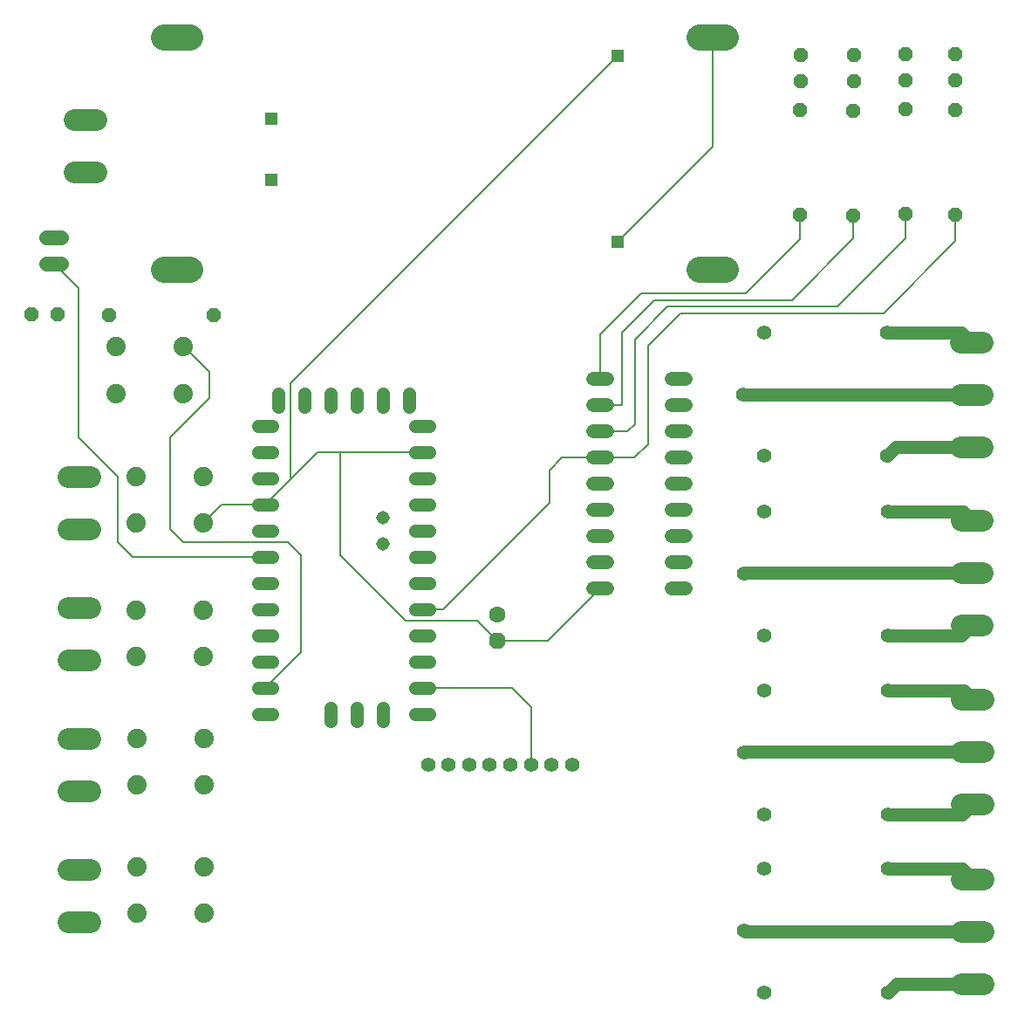
<source format=gbr>
G04 EAGLE Gerber RS-274X export*
G75*
%MOMM*%
%FSLAX34Y34*%
%LPD*%
%INTop Copper*%
%IPPOS*%
%AMOC8*
5,1,8,0,0,1.08239X$1,22.5*%
G01*
%ADD10P,1.732040X8X292.500000*%
%ADD11C,1.600200*%
%ADD12C,2.540000*%
%ADD13P,1.429621X8X292.500000*%
%ADD14P,1.429621X8X112.500000*%
%ADD15C,1.879600*%
%ADD16C,1.422400*%
%ADD17C,1.308000*%
%ADD18C,1.308000*%
%ADD19R,1.308000X1.308000*%
%ADD20C,1.320800*%
%ADD21P,1.429621X8X202.500000*%
%ADD22P,1.429621X8X22.500000*%
%ADD23C,2.095500*%
%ADD24C,1.422400*%
%ADD25C,1.408000*%
%ADD26C,0.152400*%
%ADD27C,1.270000*%


D10*
X482600Y386715D03*
D11*
X482600Y412115D03*
D12*
X184785Y972312D02*
X159385Y972312D01*
X159385Y747268D02*
X184785Y747268D01*
X678815Y972312D02*
X704215Y972312D01*
X704215Y747268D02*
X678815Y747268D01*
D13*
X777240Y955040D03*
X777240Y929640D03*
X828675Y955040D03*
X828675Y929640D03*
D14*
X776605Y800100D03*
X776605Y901700D03*
X828040Y799465D03*
X828040Y901065D03*
D15*
X196977Y501269D03*
X131953Y501269D03*
X196977Y546481D03*
X131953Y546481D03*
D16*
X555140Y266700D03*
X535140Y266700D03*
X515140Y266700D03*
X495140Y266700D03*
X475140Y266700D03*
X455140Y266700D03*
X435140Y266700D03*
X415140Y266700D03*
D17*
X269875Y613855D02*
X269875Y626935D01*
X295275Y626935D02*
X295275Y613855D01*
X320675Y613855D02*
X320675Y626935D01*
X346075Y626935D02*
X346075Y613855D01*
X371475Y613855D02*
X371475Y626935D01*
X396875Y626935D02*
X396875Y613855D01*
X263715Y594995D02*
X250635Y594995D01*
X250635Y569595D02*
X263715Y569595D01*
X263715Y544195D02*
X250635Y544195D01*
X250635Y518795D02*
X263715Y518795D01*
X263715Y493395D02*
X250635Y493395D01*
X250635Y467995D02*
X263715Y467995D01*
X263715Y442595D02*
X250635Y442595D01*
X250635Y417195D02*
X263715Y417195D01*
X263715Y391795D02*
X250635Y391795D01*
X250635Y366395D02*
X263715Y366395D01*
X263715Y340995D02*
X250635Y340995D01*
X250635Y315595D02*
X263715Y315595D01*
X403035Y594995D02*
X416115Y594995D01*
X416115Y569595D02*
X403035Y569595D01*
X403035Y544195D02*
X416115Y544195D01*
X416115Y518795D02*
X403035Y518795D01*
X403035Y493395D02*
X416115Y493395D01*
X416115Y467995D02*
X403035Y467995D01*
X403035Y442595D02*
X416115Y442595D01*
X416115Y417195D02*
X403035Y417195D01*
X403035Y391795D02*
X416115Y391795D01*
X416115Y366395D02*
X403035Y366395D01*
X403035Y340995D02*
X416115Y340995D01*
X416115Y315595D02*
X403035Y315595D01*
X371475Y322135D02*
X371475Y309055D01*
X346075Y309055D02*
X346075Y322135D01*
X320675Y322135D02*
X320675Y309055D01*
D18*
X371475Y506095D03*
X371475Y480695D03*
D19*
X263300Y834300D03*
X263300Y893300D03*
X599300Y954300D03*
X599300Y774300D03*
D20*
X588899Y640715D02*
X575691Y640715D01*
X575691Y615315D02*
X588899Y615315D01*
X588899Y488315D02*
X575691Y488315D01*
X575691Y462915D02*
X588899Y462915D01*
X588899Y589915D02*
X575691Y589915D01*
X575691Y564515D02*
X588899Y564515D01*
X588899Y513715D02*
X575691Y513715D01*
X575691Y539115D02*
X588899Y539115D01*
X588899Y437515D02*
X575691Y437515D01*
X651891Y437515D02*
X665099Y437515D01*
X665099Y462915D02*
X651891Y462915D01*
X651891Y488315D02*
X665099Y488315D01*
X665099Y513715D02*
X651891Y513715D01*
X651891Y539115D02*
X665099Y539115D01*
X665099Y564515D02*
X651891Y564515D01*
X651891Y589915D02*
X665099Y589915D01*
X665099Y615315D02*
X651891Y615315D01*
X651891Y640715D02*
X665099Y640715D01*
D15*
X196977Y371729D03*
X131953Y371729D03*
X196977Y416941D03*
X131953Y416941D03*
X197612Y247269D03*
X132588Y247269D03*
X197612Y292481D03*
X132588Y292481D03*
X197612Y122809D03*
X132588Y122809D03*
X197612Y168021D03*
X132588Y168021D03*
X177292Y626999D03*
X112268Y626999D03*
X177292Y672211D03*
X112268Y672211D03*
D14*
X878840Y800735D03*
X878840Y902335D03*
X927100Y800100D03*
X927100Y901700D03*
D13*
X878840Y955675D03*
X878840Y930275D03*
X927100Y955675D03*
X927100Y930275D03*
D21*
X207010Y702945D03*
X105410Y702945D03*
D22*
X30480Y703580D03*
X55880Y703580D03*
D23*
X72073Y892810D02*
X93028Y892810D01*
X93028Y842010D02*
X72073Y842010D01*
D24*
X59182Y778510D02*
X44958Y778510D01*
X44958Y753110D02*
X59182Y753110D01*
D25*
X861120Y566180D03*
X741120Y686180D03*
X721120Y626180D03*
X861120Y686180D03*
X741120Y566180D03*
X861755Y392190D03*
X741755Y512190D03*
X721755Y452190D03*
X861755Y512190D03*
X741755Y392190D03*
X861755Y218835D03*
X741755Y338835D03*
X721755Y278835D03*
X861755Y338835D03*
X741755Y218835D03*
X861755Y46115D03*
X741755Y166115D03*
X721755Y106115D03*
X861755Y166115D03*
X741755Y46115D03*
D23*
X931863Y574675D02*
X952818Y574675D01*
X952818Y625475D02*
X931863Y625475D01*
X931863Y676275D02*
X952818Y676275D01*
X953453Y401955D02*
X932498Y401955D01*
X932498Y452755D02*
X953453Y452755D01*
X953453Y503555D02*
X932498Y503555D01*
X933133Y228600D02*
X954088Y228600D01*
X954088Y279400D02*
X933133Y279400D01*
X933133Y330200D02*
X954088Y330200D01*
X954088Y54610D02*
X933133Y54610D01*
X933133Y105410D02*
X954088Y105410D01*
X954088Y156210D02*
X933133Y156210D01*
X86678Y546100D02*
X65723Y546100D01*
X65723Y495300D02*
X86678Y495300D01*
X86678Y419100D02*
X65723Y419100D01*
X65723Y368300D02*
X86678Y368300D01*
X86678Y292100D02*
X65723Y292100D01*
X65723Y241300D02*
X86678Y241300D01*
X86678Y165100D02*
X65723Y165100D01*
X65723Y114300D02*
X86678Y114300D01*
D26*
X582295Y640715D02*
X582295Y683895D01*
X622300Y723900D02*
X723900Y723900D01*
X776605Y776605D01*
X776605Y800100D01*
X622300Y723900D02*
X582295Y683895D01*
X582930Y615950D02*
X582295Y615315D01*
X582930Y615950D02*
X603250Y615950D01*
X603250Y685800D01*
X635000Y717550D02*
X768350Y717550D01*
X828040Y777240D01*
X828040Y799465D01*
X635000Y717550D02*
X603250Y685800D01*
X608965Y589915D02*
X582295Y589915D01*
X647700Y711200D02*
X812800Y711200D01*
X878840Y777240D02*
X878840Y800735D01*
X615950Y596900D02*
X608965Y589915D01*
X615950Y596900D02*
X615950Y679450D01*
X647700Y711200D01*
X812800Y711200D02*
X878840Y777240D01*
X429895Y417195D02*
X409575Y417195D01*
X429895Y417195D02*
X533400Y520700D01*
X533400Y552450D01*
X545465Y564515D01*
X582295Y564515D01*
X615315Y564515D01*
X628650Y577850D02*
X628650Y673100D01*
X857250Y704850D02*
X927100Y774700D01*
X927100Y800100D01*
X628650Y577850D02*
X615315Y564515D01*
X628650Y673100D02*
X660400Y704850D01*
X857250Y704850D01*
X214503Y518795D02*
X196977Y501269D01*
X307975Y569595D02*
X330200Y569595D01*
X409575Y569595D01*
X257175Y518795D02*
X214503Y518795D01*
X257175Y518795D02*
X281940Y543560D01*
X307975Y569595D01*
X281940Y636940D02*
X599300Y954300D01*
X281940Y636940D02*
X281940Y543560D01*
X462915Y406400D02*
X482600Y386715D01*
X462915Y406400D02*
X393700Y406400D01*
X330200Y469900D01*
X330200Y569595D01*
X482600Y386715D02*
X531495Y386715D01*
X582295Y437515D01*
X292100Y375920D02*
X257175Y340995D01*
X292100Y469900D02*
X279400Y482600D01*
X177800Y482600D01*
X165100Y495300D01*
X165100Y584200D01*
X203200Y622300D01*
X203200Y647700D02*
X177800Y673100D01*
X177292Y672592D01*
X177292Y672211D01*
X292100Y469900D02*
X292100Y375920D01*
X203200Y622300D02*
X203200Y647700D01*
X599300Y774300D02*
X691515Y866515D01*
X691515Y972312D01*
X497205Y340995D02*
X409575Y340995D01*
X515140Y323060D02*
X515140Y266700D01*
X515140Y323060D02*
X497205Y340995D01*
X76200Y728980D02*
X52070Y753110D01*
X76200Y728980D02*
X76200Y584200D01*
X114300Y546100D01*
X114300Y482600D01*
X128905Y467995D01*
X257175Y467995D01*
D27*
X722460Y105410D02*
X943610Y105410D01*
X722460Y105410D02*
X721755Y106115D01*
X722320Y279400D02*
X943610Y279400D01*
X722320Y279400D02*
X721755Y278835D01*
X722320Y452755D02*
X942975Y452755D01*
X722320Y452755D02*
X721755Y452190D01*
X721825Y625475D02*
X942340Y625475D01*
X721825Y625475D02*
X721120Y626180D01*
X861755Y218835D02*
X933845Y218835D01*
X943610Y228600D01*
X934975Y338835D02*
X861755Y338835D01*
X934975Y338835D02*
X943610Y330200D01*
X870250Y54610D02*
X861755Y46115D01*
X870250Y54610D02*
X943610Y54610D01*
X933705Y166115D02*
X861755Y166115D01*
X933705Y166115D02*
X943610Y156210D01*
X934340Y512190D02*
X861755Y512190D01*
X934340Y512190D02*
X942975Y503555D01*
X933210Y392190D02*
X861755Y392190D01*
X933210Y392190D02*
X942975Y401955D01*
X932435Y686180D02*
X861120Y686180D01*
X932435Y686180D02*
X942340Y676275D01*
X869615Y574675D02*
X861120Y566180D01*
X869615Y574675D02*
X942340Y574675D01*
M02*

</source>
